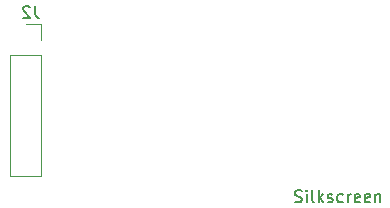
<source format=gbr>
%TF.GenerationSoftware,KiCad,Pcbnew,7.0.10*%
%TF.CreationDate,2024-07-25T10:46:56+01:00*%
%TF.ProjectId,RL78I1C_PMOD_PROG_ADAPTOR_NON_ISO,524c3738-4931-4435-9f50-4d4f445f5052,0*%
%TF.SameCoordinates,Original*%
%TF.FileFunction,Legend,Bot*%
%TF.FilePolarity,Positive*%
%FSLAX46Y46*%
G04 Gerber Fmt 4.6, Leading zero omitted, Abs format (unit mm)*
G04 Created by KiCad (PCBNEW 7.0.10) date 2024-07-25 10:46:56*
%MOMM*%
%LPD*%
G01*
G04 APERTURE LIST*
%ADD10C,0.150000*%
%ADD11C,0.120000*%
G04 APERTURE END LIST*
D10*
X178489160Y-103022200D02*
X178632017Y-103069819D01*
X178632017Y-103069819D02*
X178870112Y-103069819D01*
X178870112Y-103069819D02*
X178965350Y-103022200D01*
X178965350Y-103022200D02*
X179012969Y-102974580D01*
X179012969Y-102974580D02*
X179060588Y-102879342D01*
X179060588Y-102879342D02*
X179060588Y-102784104D01*
X179060588Y-102784104D02*
X179012969Y-102688866D01*
X179012969Y-102688866D02*
X178965350Y-102641247D01*
X178965350Y-102641247D02*
X178870112Y-102593628D01*
X178870112Y-102593628D02*
X178679636Y-102546009D01*
X178679636Y-102546009D02*
X178584398Y-102498390D01*
X178584398Y-102498390D02*
X178536779Y-102450771D01*
X178536779Y-102450771D02*
X178489160Y-102355533D01*
X178489160Y-102355533D02*
X178489160Y-102260295D01*
X178489160Y-102260295D02*
X178536779Y-102165057D01*
X178536779Y-102165057D02*
X178584398Y-102117438D01*
X178584398Y-102117438D02*
X178679636Y-102069819D01*
X178679636Y-102069819D02*
X178917731Y-102069819D01*
X178917731Y-102069819D02*
X179060588Y-102117438D01*
X179489160Y-103069819D02*
X179489160Y-102403152D01*
X179489160Y-102069819D02*
X179441541Y-102117438D01*
X179441541Y-102117438D02*
X179489160Y-102165057D01*
X179489160Y-102165057D02*
X179536779Y-102117438D01*
X179536779Y-102117438D02*
X179489160Y-102069819D01*
X179489160Y-102069819D02*
X179489160Y-102165057D01*
X180108207Y-103069819D02*
X180012969Y-103022200D01*
X180012969Y-103022200D02*
X179965350Y-102926961D01*
X179965350Y-102926961D02*
X179965350Y-102069819D01*
X180489160Y-103069819D02*
X180489160Y-102069819D01*
X180584398Y-102688866D02*
X180870112Y-103069819D01*
X180870112Y-102403152D02*
X180489160Y-102784104D01*
X181251065Y-103022200D02*
X181346303Y-103069819D01*
X181346303Y-103069819D02*
X181536779Y-103069819D01*
X181536779Y-103069819D02*
X181632017Y-103022200D01*
X181632017Y-103022200D02*
X181679636Y-102926961D01*
X181679636Y-102926961D02*
X181679636Y-102879342D01*
X181679636Y-102879342D02*
X181632017Y-102784104D01*
X181632017Y-102784104D02*
X181536779Y-102736485D01*
X181536779Y-102736485D02*
X181393922Y-102736485D01*
X181393922Y-102736485D02*
X181298684Y-102688866D01*
X181298684Y-102688866D02*
X181251065Y-102593628D01*
X181251065Y-102593628D02*
X181251065Y-102546009D01*
X181251065Y-102546009D02*
X181298684Y-102450771D01*
X181298684Y-102450771D02*
X181393922Y-102403152D01*
X181393922Y-102403152D02*
X181536779Y-102403152D01*
X181536779Y-102403152D02*
X181632017Y-102450771D01*
X182536779Y-103022200D02*
X182441541Y-103069819D01*
X182441541Y-103069819D02*
X182251065Y-103069819D01*
X182251065Y-103069819D02*
X182155827Y-103022200D01*
X182155827Y-103022200D02*
X182108208Y-102974580D01*
X182108208Y-102974580D02*
X182060589Y-102879342D01*
X182060589Y-102879342D02*
X182060589Y-102593628D01*
X182060589Y-102593628D02*
X182108208Y-102498390D01*
X182108208Y-102498390D02*
X182155827Y-102450771D01*
X182155827Y-102450771D02*
X182251065Y-102403152D01*
X182251065Y-102403152D02*
X182441541Y-102403152D01*
X182441541Y-102403152D02*
X182536779Y-102450771D01*
X182965351Y-103069819D02*
X182965351Y-102403152D01*
X182965351Y-102593628D02*
X183012970Y-102498390D01*
X183012970Y-102498390D02*
X183060589Y-102450771D01*
X183060589Y-102450771D02*
X183155827Y-102403152D01*
X183155827Y-102403152D02*
X183251065Y-102403152D01*
X183965351Y-103022200D02*
X183870113Y-103069819D01*
X183870113Y-103069819D02*
X183679637Y-103069819D01*
X183679637Y-103069819D02*
X183584399Y-103022200D01*
X183584399Y-103022200D02*
X183536780Y-102926961D01*
X183536780Y-102926961D02*
X183536780Y-102546009D01*
X183536780Y-102546009D02*
X183584399Y-102450771D01*
X183584399Y-102450771D02*
X183679637Y-102403152D01*
X183679637Y-102403152D02*
X183870113Y-102403152D01*
X183870113Y-102403152D02*
X183965351Y-102450771D01*
X183965351Y-102450771D02*
X184012970Y-102546009D01*
X184012970Y-102546009D02*
X184012970Y-102641247D01*
X184012970Y-102641247D02*
X183536780Y-102736485D01*
X184822494Y-103022200D02*
X184727256Y-103069819D01*
X184727256Y-103069819D02*
X184536780Y-103069819D01*
X184536780Y-103069819D02*
X184441542Y-103022200D01*
X184441542Y-103022200D02*
X184393923Y-102926961D01*
X184393923Y-102926961D02*
X184393923Y-102546009D01*
X184393923Y-102546009D02*
X184441542Y-102450771D01*
X184441542Y-102450771D02*
X184536780Y-102403152D01*
X184536780Y-102403152D02*
X184727256Y-102403152D01*
X184727256Y-102403152D02*
X184822494Y-102450771D01*
X184822494Y-102450771D02*
X184870113Y-102546009D01*
X184870113Y-102546009D02*
X184870113Y-102641247D01*
X184870113Y-102641247D02*
X184393923Y-102736485D01*
X185298685Y-102403152D02*
X185298685Y-103069819D01*
X185298685Y-102498390D02*
X185346304Y-102450771D01*
X185346304Y-102450771D02*
X185441542Y-102403152D01*
X185441542Y-102403152D02*
X185584399Y-102403152D01*
X185584399Y-102403152D02*
X185679637Y-102450771D01*
X185679637Y-102450771D02*
X185727256Y-102546009D01*
X185727256Y-102546009D02*
X185727256Y-103069819D01*
X156481333Y-86457819D02*
X156481333Y-87172104D01*
X156481333Y-87172104D02*
X156528952Y-87314961D01*
X156528952Y-87314961D02*
X156624190Y-87410200D01*
X156624190Y-87410200D02*
X156767047Y-87457819D01*
X156767047Y-87457819D02*
X156862285Y-87457819D01*
X156052761Y-86553057D02*
X156005142Y-86505438D01*
X156005142Y-86505438D02*
X155909904Y-86457819D01*
X155909904Y-86457819D02*
X155671809Y-86457819D01*
X155671809Y-86457819D02*
X155576571Y-86505438D01*
X155576571Y-86505438D02*
X155528952Y-86553057D01*
X155528952Y-86553057D02*
X155481333Y-86648295D01*
X155481333Y-86648295D02*
X155481333Y-86743533D01*
X155481333Y-86743533D02*
X155528952Y-86886390D01*
X155528952Y-86886390D02*
X156100380Y-87457819D01*
X156100380Y-87457819D02*
X155481333Y-87457819D01*
D11*
%TO.C,J2*%
X157030000Y-100815000D02*
X154370000Y-100815000D01*
X157030000Y-90595000D02*
X157030000Y-100815000D01*
X157030000Y-90595000D02*
X154370000Y-90595000D01*
X157030000Y-89325000D02*
X157030000Y-87995000D01*
X157030000Y-87995000D02*
X155700000Y-87995000D01*
X154370000Y-90595000D02*
X154370000Y-100815000D01*
%TD*%
M02*

</source>
